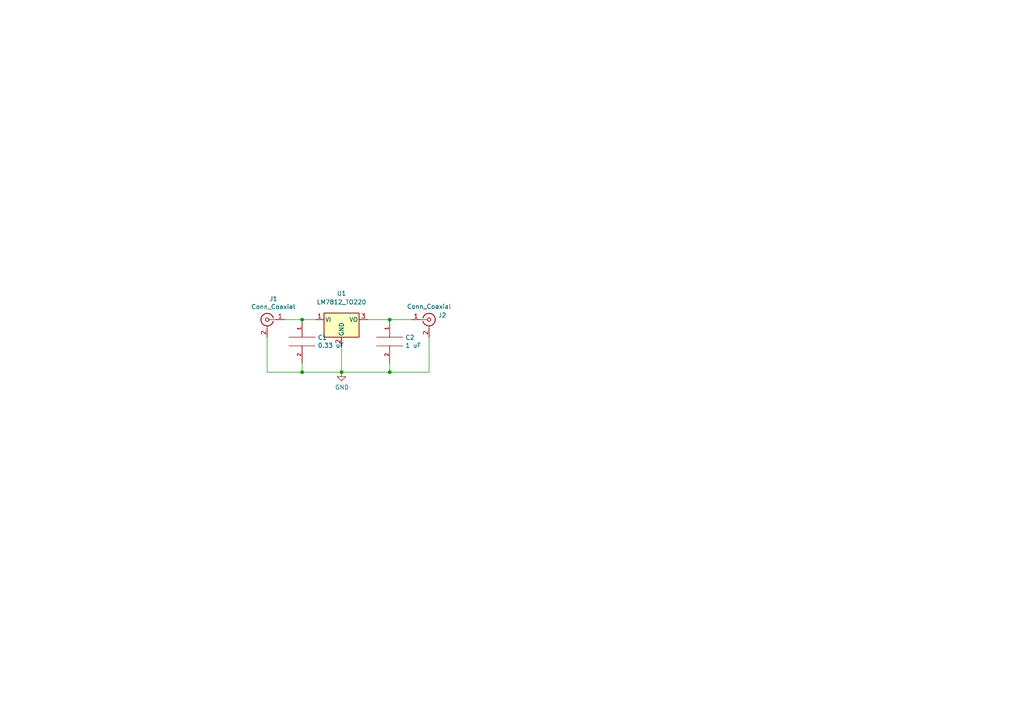
<source format=kicad_sch>
(kicad_sch (version 20211123) (generator eeschema)
  (paper "A4")
  (lib_symbols
    (symbol "Connector:Conn_Coaxial" (pin_names (offset 1.016) hide)
      (property "Reference" "J" (at 0.254 3.048 0))
      (property "Value" "Conn_Coaxial" (at 2.921 0 90))
      (symbol "Conn_Coaxial_0_1"
        (arc (start -1.778 -0.508) (mid 0.222 -1.808) (end 1.778 0) (stroke (width 0.254)))
        (polyline (pts (xy -2.54 0) (xy -0.508 0)))
        (polyline (pts (xy 0 -2.54) (xy 0 -1.778)))
        (circle (center 0 0) (radius 0.508) (stroke (width 0.2032)))
        (arc (start 1.778 0) (mid 0.222 1.8083) (end -1.778 0.508) (stroke (width 0.254)))
      )
      (symbol "Conn_Coaxial_1_1"
        (pin passive line (at -5.08 0 0) (length 2.54) (name "In") (number "1"))
        (pin passive line (at 0 -5.08 90) (length 2.54) (name "Ext") (number "2"))
      )
    )
    (symbol "Regulator_Linear:LM7812_TO220" (pin_names (offset 0.254))
      (property "Reference" "U" (at -3.81 3.175 0))
      (property "Value" "LM7812_TO220" (at 0 3.175 0))
      (symbol "LM7812_TO220_0_1"
        (rectangle (start -5.08 1.905) (end 5.08 -5.08) (stroke (width 0.254)) (fill (type background)))
      )
      (symbol "LM7812_TO220_1_1"
        (pin power_in line (at -7.62 0 0) (length 2.54) (name "VI") (number "1"))
        (pin power_in line (at 0 -7.62 90) (length 2.54) (name "GND") (number "2"))
        (pin power_out line (at 7.62 0 180) (length 2.54) (name "VO") (number "3"))
      )
    )
    (symbol "power:GND" (power) (pin_names (offset 0))
      (property "Value" "GND" (at 0 -3.81 0))
      (symbol "GND_0_1"
        (polyline (pts (xy 0 0) (xy 0 -1.27) (xy 1.27 -1.27) (xy 0 -2.54) (xy -1.27 -1.27) (xy 0 -1.27)))
      )
      (symbol "GND_1_1"
        (pin power_in line (at 0 0 270) (length 0) hide (name "GND") (number "1"))
      )
    )
    (symbol "pspice:C" (pin_names (offset 0.254))
      (property "Reference" "C" (at 2.54 3.81 90))
      (property "Value" "C" (at 2.54 -3.81 90))
      (symbol "C_0_1"
        (polyline (pts (xy -3.81 -1.27) (xy 3.81 -1.27)))
        (polyline (pts (xy -3.81 1.27) (xy 3.81 1.27)))
      )
      (symbol "C_1_1"
        (pin passive line (at 0 6.35 270) (length 5.08) (name "~") (number "1"))
        (pin passive line (at 0 -6.35 90) (length 5.08) (name "~") (number "2"))
      )
    )
  )
  (junction (at 87.63 92.71))
  (junction (at 99.06 107.95))
  (junction (at 113.03 107.95))
  (junction (at 113.03 92.71))
  (junction (at 87.63 107.95))
  (wire (pts (xy 82.55 92.71) (xy 87.63 92.71)))
  (wire (pts (xy 87.63 92.71) (xy 91.44 92.71)))
  (wire (pts (xy 113.03 107.95) (xy 99.06 107.95)))
  (wire (pts (xy 87.63 105.41) (xy 87.63 107.95)))
  (wire (pts (xy 87.63 107.95) (xy 77.47 107.95)))
  (wire (pts (xy 106.68 92.71) (xy 113.03 92.71)))
  (wire (pts (xy 77.47 97.79) (xy 77.47 107.95)))
  (wire (pts (xy 113.03 92.71) (xy 119.38 92.71)))
  (wire (pts (xy 99.06 107.95) (xy 87.63 107.95)))
  (wire (pts (xy 113.03 105.41) (xy 113.03 107.95)))
  (wire (pts (xy 124.46 97.79) (xy 124.46 107.95)))
  (wire (pts (xy 99.06 100.33) (xy 99.06 107.95)))
  (wire (pts (xy 124.46 107.95) (xy 113.03 107.95)))
  (symbol (lib_id "Connector:Conn_Coaxial") (at 77.47 92.71 0) (mirror y) (unit 1)
    (property "Reference" "J1" (at 79.2988 86.6648 0))
    (property "Value" "Conn_Coaxial" (at 79.2988 88.9762 0))
    (property "Footprint" "Connector_Coaxial:SMA_Amphenol_132203-12_Horizontal" (effects hide))
    (property "Datasheet" " ~" (effects hide))
  )
  (symbol (lib_id "Connector:Conn_Coaxial") (at 124.46 92.71 0) (unit 1)
    (property "Reference" "J2" (at 128.27 91.44 0))
    (property "Value" "Conn_Coaxial" (at 124.46 88.9 0))
    (property "Footprint" "Connector_Coaxial:SMA_Amphenol_132203-12_Horizontal" (effects hide))
    (property "Datasheet" " ~" (effects hide))
  )
  (symbol (lib_id "pspice:C") (at 87.63 99.06 0) (unit 1)
    (property "Reference" "C1" (at 92.1512 97.8916 0) (effects (justify left)))
    (property "Value" "0.33 uF" (at 92.1512 100.203 0) (effects (justify left)))
    (property "Footprint" "Capacitor_SMD:C_1206_3216Metric" (effects hide))
  )
  (symbol (lib_id "Regulator_Linear:LM7812_TO220") (at 99.06 92.71 0) (unit 1)
    (property "Reference" "U1" (at 99.06 85.09 0))
    (property "Value" "LM7812_TO220" (at 99.06 87.63 0))
    (property "Footprint" "Package_TO_SOT_SMD:TO-263-3_TabPin2" (effects hide))
    (property "Datasheet" "https://www.onsemi.cn/PowerSolutions/document/MC7800-D.PDF" (effects hide))
  )
  (symbol (lib_id "pspice:C") (at 113.03 99.06 0) (unit 1)
    (property "Reference" "C2" (at 117.5512 97.8916 0) (effects (justify left)))
    (property "Value" "1 uF" (at 117.5512 100.203 0) (effects (justify left)))
    (property "Footprint" "Capacitor_SMD:C_1206_3216Metric" (effects hide))
  )
  (symbol (lib_id "power:GND") (at 99.06 107.95 0) (unit 1)
    (property "Reference" "#PWR01" (effects hide))
    (property "Value" "GND" (at 99.187 112.3442 0))
  )
)
</source>
